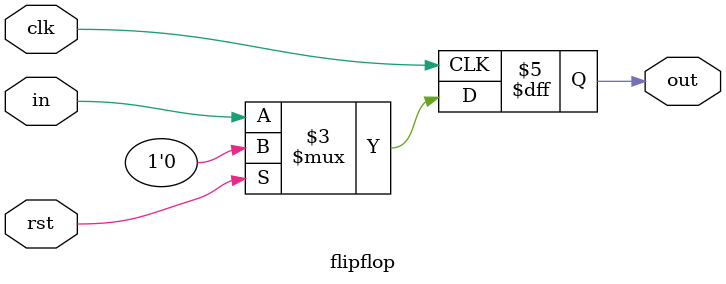
<source format=v>
`timescale 1ns / 1ps


module flipflop #(parameter WIDTH = 1)(
    input clk,rst,
    input [WIDTH-1:0] in,
    output reg [WIDTH-1:0] out
    );
    always @ (posedge clk)
    begin
        if (rst)
            out <= {WIDTH{1'b0}};
        else
            out <= in;
    end
endmodule

</source>
